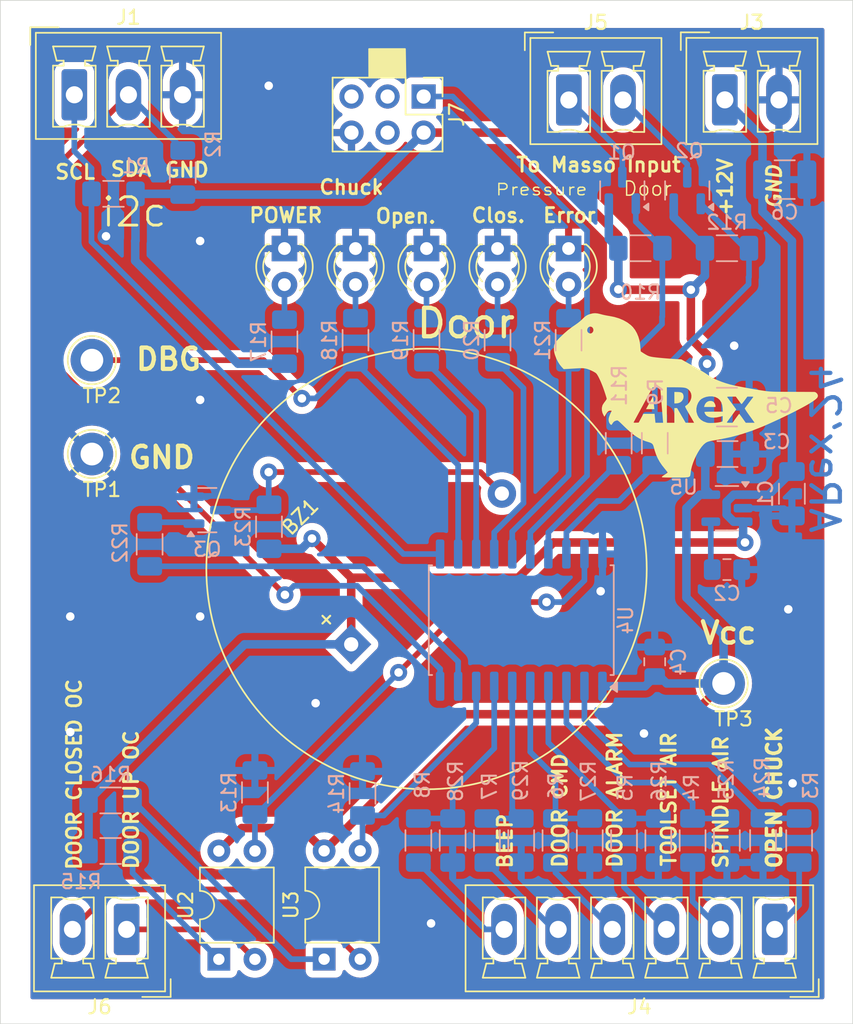
<source format=kicad_pcb>
(kicad_pcb (version 20240108) (generator "pcbnew") (generator_version "8.0")
  (layers (0 "F.Cu" signal) (31 "B.Cu" signal) (34 "B.Paste" user) (35 "F.Paste" user) (36 "B.SilkS" user "B.Silkscreen") (37 "F.SilkS" user "F.Silkscreen") (38 "B.Mask" user) (39 "F.Mask" user) (44 "Edge.Cuts" user))
  (net 0 "")
  (net 1 "+12V")
  (net 2 "GND")
  (net 3 "Net-(U5-BP)")
  (net 4 "VCC")
  (net 5 "SCL")
  (net 6 "SDA")
  (net 8 "UPDI")
  (net 11 "MASSO_IN_SPINDLE_DRAW_BAR_STATUS")
  (net 12 "Net-(Q1-B)")
  (net 13 "MASSO_IN_DOOR_CLOSED")
  (net 14 "Net-(Q2-B)")
  (net 15 "DOOR_UP_OC")
  (net 16 "Net-(R15-Pad1)")
  (net 17 "DOOR_CLOSED_OC")
  (net 18 "Net-(D1-A)")
  (net 19 "Net-(D2-A)")
  (net 20 "Net-(D3-A)")
  (net 21 "Net-(D4-A)")
  (net 22 "Net-(D5-A)")
  (net 23 "MASSO_TTL_OUT_DOOR_OPEN_CLOSE")
  (net 24 "MASSO_TTL_OUT_SPINDLE_AIR_BLAST")
  (net 25 "MASSO_TTL_OUT_TOOL_SET_AIR_BLAST")
  (net 26 "MASSO_TTL_OUT_CHUCK_OPEN")
  (net 27 "MASSO_TTL_OUT_TOUCH_SCREEN_BEEP")
  (net 28 "MASSO_TTL_OUT_SOUNDER")
  (net 29 "Net-(R16-Pad1)")
  (net 30 "chuck_is_opened")
  (net 31 "door_closing")
  (net 32 "door_opening")
  (net 33 "comm_fault")
  (net 34 "Net-(U4-PA4)")
  (net 35 "Net-(U4-PA5)")
  (net 36 "Net-(U4-PA6)")
  (net 37 "Net-(U4-PA7)")
  (net 38 "Net-(U4-PB5)")
  (net 39 "Net-(U4-PB4)")
  (net 40 "Net-(U4-PB2)")
  (net 41 "Net-(U4-PB3)")
  (net 42 "Net-(U4-PA2)")
  (net 43 "Net-(U4-PA1)")
  (net 44 "Net-(BZ1--)")
  (net 45 "Net-(Q3-B)")
  (net 46 "Net-(U4-PA3)")
  (footprint "Connector_Phoenix_MC:PhoenixContact_MCV_1,5_3-G-3.81_1x03_P3.81mm_Vertical" (layer "F.Cu") (at 122.2075 64.6425)
    (property "Reference" "J1")
    (property "Value" "Conn_01x03_Pin" (hide yes))
  )
  (footprint "TestPoint:TestPoint_Loop_D2.60mm_Drill1.6mm_Beaded" (layer "F.Cu") (at 167.914 106.055)
    (property "Reference" "TP3")
    (property "Value" "TestPoint" (hide yes))
  )
  (footprint "LED_THT:LED_D3.0mm" (layer "F.Cu") (at 147 75.46 -90)
    (property "Reference" "D3" (hide yes))
    (property "Value" "ORANGE" (hide yes))
  )
  (footprint "Package_DIP:DIP-4_W7.62mm" (layer "F.Cu") (at 132.38 125.46 90)
    (property "Reference" "U2")
    (property "Value" "PC817" (hide yes))
  )
  (footprint "LED_THT:LED_D3.0mm" (layer "F.Cu") (at 137 75.46 -90)
    (property "Reference" "D1" (hide yes))
    (property "Value" "GREEN" (hide yes))
  )
  (footprint "TestPoint:TestPoint_Loop_D2.60mm_Drill1.6mm_Beaded" (layer "F.Cu") (at 123.444 89.916)
    (property "Reference" "TP1")
    (property "Value" "TestPoint" (hide yes))
  )
  (footprint "LED_THT:LED_D3.0mm" (layer "F.Cu") (at 142 75.46 -90)
    (property "Reference" "D2" (hide yes))
    (property "Value" "GREEN" (hide yes))
  )
  (footprint "Connector_Phoenix_MC:PhoenixContact_MCV_1,5_2-G-3.81_1x02_P3.81mm_Vertical" (layer "F.Cu") (at 168 65)
    (property "Reference" "J3")
    (property "Value" "Conn_01x02_Pin" (hide yes))
  )
  (footprint "LED_THT:LED_D3.0mm" (layer "F.Cu") (at 152 75.46 -90)
    (property "Reference" "D4" (hide yes))
    (property "Value" "RED" (hide yes))
  )
  (footprint "Connector_Phoenix_MC:PhoenixContact_MCV_1,5_2-G-3.81_1x02_P3.81mm_Vertical" (layer "F.Cu") (at 125.8875 123.3575 180)
    (property "Reference" "J6")
    (property "Value" "Conn_01x02_Pin" (hide yes))
  )
  (footprint "LED_THT:LED_D3.0mm" (layer "F.Cu") (at 157 75.46 -90)
    (property "Reference" "D5" (hide yes))
    (property "Value" "RED" (hide yes))
  )
  (footprint "TestPoint:TestPoint_Loop_D2.60mm_Drill1.6mm_Beaded" (layer "F.Cu") (at 123.444 83.312)
    (property "Reference" "TP2")
    (property "Value" "TestPoint" (hide yes))
  )
  (footprint "Package_DIP:DIP-4_W7.62mm" (layer "F.Cu") (at 139.7912 125.4506 90)
    (property "Reference" "U3")
    (property "Value" "PC817" (hide yes))
  )
  (footprint "Connector_Phoenix_MC:PhoenixContact_MCV_1,5_2-G-3.81_1x02_P3.81mm_Vertical" (layer "F.Cu") (at 157.018 65.008)
    (property "Reference" "J5")
    (property "Value" "Conn_01x02_Pin" (hide yes))
  )
  (footprint "LOGO" (layer "F.Cu") (at 165.2524 85.7504)
    (property "Reference" "G***" (hide yes))
    (property "Value" "LOGO" (hide yes))
  )
  (footprint "Buzzer_Beeper:Buzzer_15x7.5RM7.6" (layer "F.Cu") (at 141.696699 103.303301 45)
    (property "Reference" "BZ1")
    (property "Value" "Buzzer")
  )
  (footprint "Connector_PinHeader_2.54mm:PinHeader_2x03_P2.54mm_Vertical" (layer "F.Cu") (at 146.797 64.765 -90)
    (property "Reference" "J7")
    (property "Value" "AVR-UPDI-6" (hide yes))
  )
  (footprint "Connector_Phoenix_MC:PhoenixContact_MCV_1,5_6-G-3.81_1x06_P3.81mm_Vertical" (layer "F.Cu") (at 171.5075 123.3575 180)
    (property "Reference" "J4")
    (property "Value" "Conn_01x06_Pin" (hide yes))
  )
  (footprint "Resistor_SMD:R_1206_3216Metric_Pad1.30x1.75mm_HandSolder" (layer "B.Cu") (at 160.528 89.154 90)
    (property "Reference" "R11")
    (property "Value" "1k8")
  )
  (footprint "Resistor_SMD:R_1206_3216Metric_Pad1.30x1.75mm_HandSolder" (layer "B.Cu") (at 124.76 117.84 180)
    (property "Reference" "R15")
    (property "Value" "1k")
  )
  (footprint "Resistor_SMD:R_1206_3216Metric_Pad1.30x1.75mm_HandSolder" (layer "B.Cu") (at 124.9632 71.612)
    (property "Reference" "R1")
    (property "Value" "470")
  )
  (footprint "Resistor_SMD:R_1206_3216Metric_Pad1.30x1.75mm_HandSolder" (layer "B.Cu") (at 124.76 114.284 180)
    (property "Reference" "R16")
    (property "Value" "1k")
  )
  (footprint "Package_TO_SOT_SMD:SOT-23" (layer "B.Cu") (at 131.5666 93.863)
    (property "Reference" "Q3")
    (property "Value" "BC846")
  )
  (footprint "Capacitor_SMD:C_1206_3216Metric_Pad1.33x1.80mm_HandSolder" (layer "B.Cu") (at 172.72 92.71 -90)
    (property "Reference" "C1")
    (property "Value" "3u3")
  )
  (footprint "Resistor_SMD:R_1206_3216Metric_Pad1.30x1.75mm_HandSolder" (layer "B.Cu") (at 129.84 70.114 -90)
    (property "Reference" "R2")
    (property "Value" "470")
  )
  (footprint "Resistor_SMD:R_1206_3216Metric_Pad1.30x1.75mm_HandSolder" (layer "B.Cu") (at 162.052 75.438 180)
    (property "Reference" "R10")
    (property "Value" "10k")
  )
  (footprint "Resistor_SMD:R_1206_3216Metric_Pad1.30x1.75mm_HandSolder" (layer "B.Cu") (at 147 81.91 -90)
    (property "Reference" "R19")
    (property "Value" "1k")
  )
  (footprint "Package_TO_SOT_SMD:SOT-23-5" (layer "B.Cu") (at 168.148 93.726 180)
    (property "Reference" "U5")
    (property "Value" "MIC5205-5.0YM5")
  )
  (footprint "Resistor_SMD:R_1206_3216Metric_Pad1.30x1.75mm_HandSolder" (layer "B.Cu") (at 142 81.91 -90)
    (property "Reference" "R18")
    (property "Value" "1k")
  )
  (footprint "Resistor_SMD:R_1206_3216Metric_Pad1.30x1.75mm_HandSolder" (layer "B.Cu") (at 160.903 117.104 -90)
    (property "Reference" "R5")
    (property "Value" "1k")
  )
  (footprint "Resistor_SMD:R_1206_3216Metric_Pad1.30x1.75mm_HandSolder" (layer "B.Cu") (at 127.508 96.266 -90)
    (property "Reference" "R22")
    (property "Value" "1k")
  )
  (footprint "Package_SO:SOIC-20W_7.5x12.8mm_P1.27mm" (layer "B.Cu") (at 153.67 101.6 90)
    (property "Reference" "U4")
    (property "Value" "ATtiny3226-S")
  )
  (footprint "Resistor_SMD:R_1206_3216Metric_Pad1.30x1.75mm_HandSolder" (layer "B.Cu") (at 156.077 117.104 -90)
    (property "Reference" "R6")
    (property "Value" "1k")
  )
  (footprint "Resistor_SMD:R_1206_3216Metric_Pad1.30x1.75mm_HandSolder" (layer "B.Cu") (at 165.729 117.104 -90)
    (property "Reference" "R4")
    (property "Value" "1k")
  )
  (footprint "Resistor_SMD:R_1206_3216Metric_Pad1.30x1.75mm_HandSolder" (layer "B.Cu") (at 142.494 113.792 -90)
    (property "Reference" "R14")
    (property "Value" "1k")
  )
  (footprint "Resistor_SMD:R_1206_3216Metric_Pad1.30x1.75mm_HandSolder" (layer "B.Cu") (at 148.838 117.104 -90)
    (property "Reference" "R28")
    (property "Value" "10k")
  )
  (footprint "Resistor_SMD:R_1206_3216Metric_Pad1.30x1.75mm_HandSolder" (layer "B.Cu") (at 158.49 117.104 -90)
    (property "Reference" "R27")
    (property "Value" "10k")
  )
  (footprint "Package_TO_SOT_SMD:SOT-23" (layer "B.Cu") (at 160.782 71.374 90)
    (property "Reference" "Q1")
    (property "Value" "BC858")
  )
  (footprint "Resistor_SMD:R_1206_3216Metric_Pad1.30x1.75mm_HandSolder" (layer "B.Cu") (at 151.251 117.104 -90)
    (property "Reference" "R7")
    (property "Value" "1k")
  )
  (footprint "Resistor_SMD:R_1206_3216Metric_Pad1.30x1.75mm_HandSolder" (layer "B.Cu") (at 134.9194 113.7258 -90)
    (property "Reference" "R13")
    (property "Value" "1k")
  )
  (footprint "Capacitor_SMD:C_0805_2012Metric_Pad1.18x1.45mm_HandSolder" (layer "B.Cu") (at 168.148 98.044)
    (property "Reference" "C2")
    (property "Value" "470p")
  )
  (footprint "Resistor_SMD:R_1206_3216Metric_Pad1.30x1.75mm_HandSolder" (layer "B.Cu") (at 153.664 117.104 -90)
    (property "Reference" "R29")
    (property "Value" "10k")
  )
  (footprint "Resistor_SMD:R_1206_3216Metric_Pad1.30x1.75mm_HandSolder" (layer "B.Cu") (at 170.688 117.094 -90)
    (property "Reference" "R24")
    (property "Value" "10k")
  )
  (footprint "Resistor_SMD:R_1206_3216Metric_Pad1.30x1.75mm_HandSolder" (layer "B.Cu") (at 163.068 89.154 -90)
    (property "Reference" "R9")
    (property "Value" "1k8")
  )
  (footprint "Resistor_SMD:R_1206_3216Metric_Pad1.30x1.75mm_HandSolder" (layer "B.Cu") (at 157 81.91 -90)
    (property "Reference" "R21")
    (property "Value" "1k")
  )
  (footprint "Capacitor_SMD:C_1210_3225Metric_Pad1.33x2.70mm_HandSolder" (layer "B.Cu") (at 168.148 86.614)
    (property "Reference" "C5")
    (property "Value" "C_Polarized")
  )
  (footprint "Resistor_SMD:R_1206_3216Metric_Pad1.30x1.75mm_HandSolder" (layer "B.Cu") (at 137 82.01 -90)
    (property "Reference" "R17")
    (property "Value" "1k")
  )
  (footprint "Capacitor_SMD:C_1210_3225Metric_Pad1.33x2.70mm_HandSolder" (layer "B.Cu") (at 172.212 70.612)
    (property "Reference" "C6")
    (property "Value" "C_Polarized")
  )
  (footprint "Capacitor_SMD:C_0805_2012Metric_Pad1.18x1.45mm_HandSolder" (layer "B.Cu") (at 163.0626 104.531 90)
    (property "Reference" "C4")
    (property "Value" "1u")
  )
  (footprint "Resistor_SMD:R_1206_3216Metric_Pad1.30x1.75mm_HandSolder" (layer "B.Cu") (at 152 81.91 -90)
    (property "Reference" "R20")
    (property "Value" "1k")
  )
  (footprint "Resistor_SMD:R_1206_3216Metric_Pad1.30x1.75mm_HandSolder" (layer "B.Cu") (at 146.425 117.104 -90)
    (property "Reference" "R8")
    (property "Value" "1k")
  )
  (footprint "Resistor_SMD:R_1206_3216Metric_Pad1.30x1.75mm_HandSolder" (layer "B.Cu") (at 168.148 75.438 180)
    (property "Reference" "R12")
    (property "Value" "10k")
  )
  (footprint "Resistor_SMD:R_1206_3216Metric_Pad1.30x1.75mm_HandSolder" (layer "B.Cu") (at 168.142 117.104 -90)
    (property "Reference" "R25")
    (property "Value" "10k")
  )
  (footprint "Package_TO_SOT_SMD:SOT-23" (layer "B.Cu") (at 165.354 71.374 90)
    (property "Reference" "Q2")
    (property "Value" "BC858")
  )
  (footprint "Resistor_SMD:R_1206_3216Metric_Pad1.30x1.75mm_HandSolder" (layer "B.Cu") (at 135.91 95.0308 -90)
    (property "Reference" "R23")
    (property "Value" "1k")
  )
  (footprint "Resistor_SMD:R_1206_3216Metric_Pad1.30x1.75mm_HandSolder" (layer "B.Cu") (at 173.228 117.104 -90)
    (property "Reference" "R3")
    (property "Value" "1k")
  )
  (footprint "Capacitor_SMD:C_1206_3216Metric_Pad1.33x1.80mm_HandSolder" (layer "B.Cu") (at 168.1865 89.916)
    (property "Reference" "C3")
    (property "Value" "3u3")
  )
  (footprint "Resistor_SMD:R_1206_3216Metric_Pad1.30x1.75mm_HandSolder" (layer "B.Cu") (at 163.316 117.104 -90)
    (property "Reference" "R26")
    (property "Value" "10k")
  )
  (gr_poly (pts (xy 145.4912 61.4172) (xy 142.9512 61.4172) (xy 142.957 63.435) (xy 145.527 63.435)) (stroke (width 0.1)) (fill solid) (layer "F.SilkS"))
  (gr_rect (start 117 58) (end 177 130) (stroke (width 0.05)) (fill none) (layer "Edge.Cuts"))
  (gr_text "ARex'24" (at 173.8322 95.641 -90) (layer "B.Cu") (effects (font (size 2 2) (thickness 0.3) (bold yes)) (justify left bottom mirror)))
  (gr_text "Chuck" (at 139.3444 71.7296 0) (layer "F.SilkS") (effects (font (size 1 1) (thickness 0.2) (bold yes)) (justify left bottom)))
  (gr_text "OPEN CHUCK" (at 172.0596 119.1768 90) (layer "F.SilkS") (effects (font (size 1 1) (thickness 0.25) (bold yes)) (justify left bottom)))
  (gr_text "Pressure" (at 151.7904 71.7804 0) (layer "F.SilkS") (effects (font (size 0.8 1) (thickness 0.1)) (justify left bottom)))
  (gr_text "Open." (at 143.3068 73.7616 0) (layer "F.SilkS") (effects (font (size 1 1) (thickness 0.2) (bold yes)) (justify left bottom)))
  (gr_text "+12V" (at 168.6052 73.2536 90) (layer "F.SilkS") (effects (font (size 1 1) (thickness 0.2) (bold yes)) (justify left bottom)))
  (gr_text "POWER" (at 134.4168 73.7108 0) (layer "F.SilkS") (effects (font (size 1 1) (thickness 0.2) (bold yes)) (justify left bottom)))
  (gr_text "Clos." (at 150.0632 73.7108 0) (layer "F.SilkS") (effects (font (size 1 1) (thickness 0.2) (bold yes)) (justify left bottom)))
  (gr_text "Door" (at 160.782 71.8312 0) (layer "F.SilkS") (effects (font (size 1 1) (thickness 0.1)) (justify left bottom)))
  (gr_text "GND" (at 172.0596 72.7456 90) (layer "F.SilkS") (effects (font (size 1 1) (thickness 0.2) (bold yes) (italic yes)) (justify left bottom)))
  (gr_text "TOOLSET AIR" (at 164.6428 119.0244 90) (layer "F.SilkS") (effects (font (size 1 1) (thickness 0.2) (bold yes)) (justify left bottom)))
  (gr_text "Error" (at 155.0924 73.7108 0) (layer "F.SilkS") (effects (font (size 1 1) (thickness 0.2) (bold yes)) (justify left bottom)))
  (gr_text "SPINDLE AIR\n" (at 168.3004 119.1768 90) (layer "F.SilkS") (effects (font (size 1 1) (thickness 0.2) (bold yes)) (justify left bottom)))
  (gr_text "GND" (at 125.8824 91.0336 0) (layer "F.SilkS") (effects (font (size 1.5 1.5) (thickness 0.3) (bold yes)) (justify left bottom)))
  (gr_text "DOOR ALARM" (at 160.8328 119.126 90) (layer "F.SilkS") (effects (font (size 1 1) (thickness 0.2) (bold yes)) (justify left bottom)))
  (gr_text "i2c" (at 124.0028 74.0664 0) (layer "F.SilkS") (effects (font (size 2 2) (thickness 0.2) (bold yes)) (justify left bottom)))
  (gr_text "SDA" (at 124.6632 70.4596 0) (layer "F.SilkS") (effects (font (size 1 1) (thickness 0.2) (bold yes)) (justify left bottom)))
  (gr_text "BEEP" (at 153.1112 119.1768 90) (layer "F.SilkS") (effects (font (size 1 1) (thickness 0.2) (bold yes)) (justify left bottom)))
  (gr_text "To Masso Input" (at 153.2128 70.1548 0) (layer "F.SilkS") (effects (font (size 1 1) (thickness 0.2) (bold yes)) (justify left bottom)))
  (gr_text "Vcc" (at 166.116 103.378 0) (layer "F.SilkS") (effects (font (size 1.5 1.5) (thickness 0.3) (bold yes)) (justify left bottom)))
  (gr_text "SCL" (at 120.7516 70.6628 0) (layer "F.SilkS") (effects (font (size 1 1) (thickness 0.2) (bold yes)) (justify left bottom)))
  (gr_text "Door" (at 146.1516 81.8896 0) (layer "F.SilkS") (effects (font (size 2 2) (thickness 0.3)) (justify left bottom)))
  (gr_text "DOOR CMD" (at 156.972 119.126 90) (layer "F.SilkS") (effects (font (size 1 1) (thickness 0.2) (bold yes)) (justify left bottom)))
  (gr_text "DOOR CLOSED OC" (at 122.7836 119.2784 90) (layer "F.SilkS") (effects (font (size 1 1) (thickness 0.2) (bold yes)) (justify left bottom)))
  (gr_text "DBG" (at 126.3904 84.1248 0) (layer "F.SilkS") (effects (font (size 1.5 1.5) (thickness 0.3) (bold yes)) (justify left bottom)))
  (gr_text "DOOR UP OC" (at 126.7968 119.2276 90) (layer "F.SilkS") (effects (font (size 1 1) (thickness 0.2) (bold yes)) (justify left bottom)))
  (gr_text "GND" (at 128.4732 70.5104 0) (layer "F.SilkS") (effects (font (size 1 1) (thickness 0.2) (bold yes)) (justify left bottom)))
  (segment (start 141.696699 98.618299) (end 153.451301 98.618299) (width 0.6) (layer "F.Cu") (net 1))
  (segment (start 155.9306 96.139) (end 169.418 96.139) (width 0.6) (layer "F.Cu") (net 1))
  (segment (start 141.696699 98.618299) (end 141.696699 103.303301) (width 0.6) (layer "F.Cu") (net 1))
  (segment (start 138.938 95.8596) (end 141.696699 98.618299) (width 0.6) (layer "F.Cu") (net 1))
  (segment (start 153.451301 98.618299) (end 155.9306 96.139) (width 0.6) (layer "F.Cu") (net 1))
  (via (at 138.938 95.8596) (size 1.2) (drill 0.6) (layers "F.Cu" "B.Cu") (net 1))
  (via (at 169.418 96.139) (size 1.2) (drill 0.6) (layers "F.Cu" "B.Cu") (net 1))
  (segment (start 171.0915 92.776) (end 172.72 91.1475) (width 0.6) (layer "B.Cu") (net 1))
  (segment (start 169.2855 96.0065) (end 169.418 96.139) (width 0.6) (layer "B.Cu") (net 1))
  (segment (start 169.2855 94.676) (end 169.2855 96.0065) (width 0.6) (layer "B.Cu") (net 1))
  (segment (start 170.6495 70.612) (end 170.6495 67.6495) (width 0.6) (layer "B.Cu") (net 1))
  (segment (start 172.72 74.93) (end 170.6495 72.8595) (width 0.6) (layer "B.Cu") (net 1))
  (segment (start 170.6495 67.6495) (end 168 65) (width 0.6) (layer "B.Cu") (net 1))
  (segment (start 172.72 91.1475) (end 172.72 74.93) (width 0.6) (layer "B.Cu") (net 1))
  (segment (start 134.190699 103.303301) (end 141.696699 103.303301) (width 0.6) (layer "B.Cu") (net 1))
  (segment (start 169.2855 94.676) (end 168.623001 94.676) (width 0.6) (layer "B.Cu") (net 1))
  (segment (start 168.623001 94.676) (end 168.123 94.175999) (width 0.6) (layer "B.Cu") (net 1))
  (segment (start 135.91 96.5808) (end 138.2168 96.5808) (width 0.6) (layer "B.Cu") (net 1))
  (segment (start 123.21 117.84) (end 123.21 114.284) (width 0.6) (layer "B.Cu") (net 1))
  (segment (start 170.6495 72.8595) (end 170.6495 70.612) (width 0.6) (layer "B.Cu") (net 1))
  (segment (start 138.2168 96.5808) (end 138.938 95.8596) (width 0.6) (layer "B.Cu") (net 1))
  (segment (start 123.21 114.284) (end 134.190699 103.303301) (width 0.6) (layer "B.Cu") (net 1))
  (segment (start 168.623001 92.776) (end 169.2855 92.776) (width 0.6) (layer "B.Cu") (net 1))
  (segment (start 168.123 93.276001) (end 168.623001 92.776) (width 0.6) (layer "B.Cu") (net 1))
  (segment (start 168.123 94.175999) (end 168.123 93.276001) (width 0.6) (layer "B.Cu") (net 1))
  (segment (start 169.2855 92.776) (end 171.0915 92.776) (width 0.6) (layer "B.Cu") (net 1))
  (via (at 121.92 101.346) (size 1.2) (drill 0.6) (layers "F.Cu" "B.Cu") (net 2))
  (via (at 162.306 109.5756) (size 1.2) (drill 0.6) (layers "F.Cu" "B.Cu") (net 2))
  (via (at 172.7708 113.0808) (size 1.2) (drill 0.6) (layers "F.Cu" "B.Cu") (net 2))
  (via (at 131.064 101.346) (size 1.2) (drill 0.6) (layers "F.Cu" "B.Cu") (net 2))
  (via (at 168.656 82.296) (size 1.2) (drill 0.6) (layers "F.Cu" "B.Cu") (net 2))
  (via (at 121.92 109.474) (size 1.2) (drill 0.6) (layers "F.Cu" "B.Cu") (net 2))
  (via (at 147.32 122.936) (size 1.2) (drill 0.6) (layers "F.Cu" "B.Cu") (net 2))
  (via (at 172.466 100.838) (size 1.2) (drill 0.6) (layers "F.Cu" "B.Cu") (net 2))
  (via (at 124.438043 74.596357) (size 1.2) (drill 0.6) (layers "F.Cu" "B.Cu") (net 2))
  (via (at 139.192 107.442) (size 1.2) (drill 0.6) (layers "F.Cu" "B.Cu") (net 2))
  (via (at 135.89 64.008) (size 1.2) (drill 0.6) (layers "F.Cu" "B.Cu") (net 2))
  (via (at 131.064 86.106) (size 1.2) (drill 0.6) (layers "F.Cu" "B.Cu") (net 2))
  (via (at 131.064 74.93) (size 1.2) (drill 0.6) (layers "F.Cu" "B.Cu") (net 2))
  (via (at 159.258 99.568) (size 1.2) (drill 0.6) (layers "F.Cu" "B.Cu") (net 2))
  (segment (start 172.1735 93.726) (end 172.72 94.2725) (width 0.4) (layer "B.Cu") (net 2))
  (segment (start 169.2855 93.726) (end 172.1735 93.726) (width 0.4) (layer "B.Cu") (net 2))
  (segment (start 167.0105 97.944) (end 167.1105 98.044) (width 0.4) (layer "B.Cu") (net 3))
  (segment (start 167.0105 94.676) (end 167.0105 97.944) (width 0.4) (layer "B.Cu") (net 3))
  (segment (start 166.751 83.566) (end 166.751 82.931) (width 0.6) (layer "F.Cu") (net 4))
  (segment (start 165.749 108.22) (end 167.914 106.055) (width 0.6) (layer "F.Cu") (net 4))
  (segment (start 160.502 74.5484) (end 153.2586 67.305) (width 0.6) (layer "F.Cu") (net 4))
  (segment (start 132.38 117.84) (end 133.9896 116.2304) (width 0.6) (layer "F.Cu") (net 4))
  (segment (start 166.751 82.931) (end 165.608 81.788) (width 0.6) (layer "F.Cu") (net 4))
  (segment (start 133.9896 116.2304) (end 138.191 116.2304) (width 0.6) (layer "F.Cu") (net 4))
  (segment (start 160.502 78.333) (end 160.502 74.5484) (width 0.6) (layer "F.Cu") (net 4))
  (segment (start 139.7912 117.8306) (end 149.4018 108.22) (width 0.6) (layer "F.Cu") (net 4))
  (segment (start 153.2586 67.305) (end 146.797 67.305) (width 0.6) (layer "F.Cu") (net 4))
  (segment (start 149.4018 108.22) (end 165.749 108.22) (width 0.6) (layer "F.Cu") (net 4))
  (segment (start 165.608 78.359) (end 160.528 78.359) (width 0.6) (layer "F.Cu") (net 4))
  (segment (start 160.528 78.359) (end 160.502 78.333) (width 0.6) (layer "F.Cu") (net 4))
  (segment (start 138.191 116.2304) (end 139.7912 117.8306) (width 0.6) (layer "F.Cu") (net 4))
  (segment (start 165.608 81.788) (end 165.608 78.359) (width 0.6) (layer "F.Cu") (net 4))
  (via (at 160.502 78.333) (size 1.2) (drill 0.6) (layers "F.Cu" "B.Cu") (net 4))
  (via (at 165.608 78.359) (size 1.2) (drill 0.6) (layers "F.Cu" "B.Cu") (net 4))
  (via (at 166.751 83.566) (size 1.2) (drill 0.6) (layers "F.Cu" "B.Cu") (net 4))
  (segment (start 133.725 83.56) (end 126.492 76.327) (width 0.6) (layer "B.Cu") (net 4))
  (segment (start 159.385 106.25) (end 162.3811 106.25) (width 0.6) (layer "B.Cu") (net 4))
  (segment (start 129.84 71.664) (end 142.438 71.664) (width 0.6) (layer "B.Cu") (net 4))
  (segment (start 163.904 106.055) (end 167.914 106.055) (width 0.6) (layer "B.Cu") (net 4))
  (segment (start 126.492 76.327) (end 126.492 74.93) (width 0.6) (layer "B.Cu") (net 4))
  (segment (start 163.0626 105.5685) (end 163.4175 105.5685) (width 0.6) (layer "B.Cu") (net 4))
  (segment (start 166.624 92.3895) (end 167.0105 92.776) (width 0.6) (layer "B.Cu") (net 4))
  (segment (start 166.624 86.6525) (end 166.5855 86.614) (width 0.6) (layer "B.Cu") (net 4))
  (segment (start 160.528 78.359) (end 160.502 78.333) (width 0.6) (layer "B.Cu") (net 4))
  (segment (start 164.404 73.244) (end 166.598 75.438) (width 0.6) (layer "B.Cu") (net 4))
  (segment (start 166.598 77.369) (end 165.608 78.359) (width 0.6) (layer "B.Cu") (net 4))
  (segment (start 166.5855 83.7315) (end 166.751 83.566) (width 0.6) (layer "B.Cu") (net 4))
  (segment (start 167.914 103.144) (end 167.914 106.055) (width 0.6) (layer "B.Cu") (net 4))
  (segment (start 160.502 75.438) (end 160.502 78.333) (width 0.6) (layer "B.Cu") (net 4))
  (segment (start 165.292 100.014) (end 167.894 102.616) (width 0.6) (layer "B.Cu") (net 4))
  (segment (start 164.404 72.3115) (end 164.404 73.244) (width 0.6) (layer "B.Cu") (net 4))
  (segment (start 167.894 102.616) (end 167.894 103.124) (width 0.6) (layer "B.Cu") (net 4))
  (segment (start 163.4175 105.5685) (end 163.904 106.055) (width 0.6) (layer "B.Cu") (net 4))
  (segment (start 126.492 74.93) (end 126.5132 74.9088) (width 0.6) (layer "B.Cu") (net 4))
  (segment (start 165.292 93.726) (end 165.292 100.014) (width 0.6) (layer "B.Cu") (net 4))
  (segment (start 166.624 89.916) (end 166.624 92.3895) (width 0.6) (layer "B.Cu") (net 4))
  (segment (start 162.3811 106.25) (end 163.0626 105.5685) (width 0.6) (layer "B.Cu") (net 4))
  (segment (start 126.5132 71.612) (end 129.788 71.612) (width 0.6) (layer "B.Cu") (net 4))
  (segment (start 129.788 71.612) (end 129.84 71.664) (width 0.6) (layer "B.Cu") (net 4))
  (segment (start 159.832 74.768) (end 160.502 75.438) (width 0.6) (layer "B.Cu") (net 4))
  (segment (start 137 83.56) (end 133.725 83.56) (width 0.6) (layer "B.Cu") (net 4))
  (segment (start 166.624 89.916) (end 166.624 86.6525) (width 0.6) (layer "B.Cu") (net 4))
  (segment (start 126.5132 74.9088) (end 126.5132 71.612) (width 0.6) (layer "B.Cu") (net 4))
  (segment (start 166.242 92.776) (end 165.292 93.726) (width 0.6) (layer "B.Cu") (net 4))
  (segment (start 166.598 75.438) (end 166.598 77.369) (width 0.6) (layer "B.Cu") (net 4))
  (segment (start 167.0105 92.776) (end 166.242 92.776) (width 0.6) (layer "B.Cu") (net 4))
  (segment (start 142.438 71.664) (end 146.797 67.305) (width 0.6) (layer "B.Cu") (net 4))
  (segment (start 167.894 103.124) (end 167.914 103.144) (width 0.6) (layer "B.Cu") (net 4))
  (segment (start 159.832 72.3115) (end 159.832 74.768) (width 0.6) (layer "B.Cu") (net 4))
  (segment (start 166.5855 86.614) (end 166.5855 83.7315) (width 0.6) (layer "B.Cu") (net 4))
  (segment (start 123.4132 71.612) (end 123.4132 74.985728) (width 0.4) (layer "B.Cu") (net 5))
  (segment (start 122.2075 68.6135) (end 122.2075 64.6425) (width 0.4) (layer "B.Cu") (net 5))
  (segment (start 123.4132 74.985728) (end 145.377472 96.95) (width 0.4) (layer "B.Cu") (net 5))
  (segment (start 145.377472 96.95) (end 147.955 96.95) (width 0.4) (layer "B.Cu") (net 5))
  (segment (start 123.4132 71.612) (end 123.4132 69.8192) (width 0.4) (layer "B.Cu") (net 5))
  (segment (start 123.4132 69.8192) (end 122.2075 68.6135) (width 0.4) (layer "B.Cu") (net 5))
  (segment (start 137.033 99.822) (end 120.5484 83.3374) (width 0.4) (layer "F.Cu") (net 6))
  (segment (start 120.5484 83.3374) (end 120.5484 70.1116) (width 0.4) (layer "F.Cu") (net 6))
  (segment (start 120.5484 70.1116) (end 126.0175 64.6425) (width 0.4) (layer "F.Cu") (net 6))
  (via (at 137.033 99.822) (size 1.2) (drill 0.6) (layers "F.Cu" "B.Cu") (net 6))
  (segment (start 142.113 99.187) (end 137.668 99.187) (width 0.4) (layer "B.Cu") (net 6))
  (segment (start 129.84 68.564) (end 129.84 68.465) (width 0.4) (layer "B.Cu") (net 6))
  (segment (start 147.955 105.029) (end 142.113 99.187) (width 0.4) (layer "B.Cu") (net 6))
  (segment (start 137.668 99.187) (end 137.033 99.822) (width 0.4) (layer "B.Cu") (net 6))
  (segment (start 147.955 106.25) (end 147.955 105.029) (width 0.4) (layer "B.Cu") (net 6))
  (segment (start 129.84 68.465) (end 126.0175 64.6425) (width 0.4) (layer "B.Cu") (net 6))
  (segment (start 154.305 96.95) (end 154.305 95.4278) (width 0.4) (layer "B.Cu") (net 8))
  (segment (start 154.305 95.4278) (end 158.3 91.4328) (width 0.4) (layer "B.Cu") (net 8))
  (segment (start 158.3 91.4328) (end 158.3 74.226) (width 0.4) (layer "B.Cu") (net 8))
  (segment (start 158.3 74.226) (end 148.839 64.765) (width 0.4) (layer "B.Cu") (net 8))
  (segment (start 148.839 64.765) (end 146.797 64.765) (width 0.4) (layer "B.Cu") (net 8))
  (segment (start 160.782 68.772) (end 157.018 65.008) (width 0.4) (layer "B.Cu") (net 11))
  (segment (start 160.782 70.4365) (end 160.782 68.772) (width 0.4) (layer "B.Cu") (net 11))
  (segment (start 161.732 73.568) (end 163.602 75.438) (width 0.4) (layer "B.Cu") (net 12))
  (segment (start 163.602 80.238) (end 163.602 75.438) (width 0.4) (layer "B.Cu") (net 12))
  (segment (start 161.732 72.3115) (end 161.732 73.568) (width 0.4) (layer "B.Cu") (net 12))
  (segment (start 160.528 83.82) (end 163.576 80.772) (width 0.4) (layer "B.Cu") (net 12))
  (segment (start 160.528 87.604) (end 160.528 83.82) (width 0.4) (layer "B.Cu") (net 12))
  (segment (start 163.576 80.772) (end 163.576 80.264) (width 0.4) (layer "B.Cu") (net 12))
  (segment (start 163.576 80.264) (end 163.602 80.238) (width 0.4) (layer "B.Cu") (net 12))
  (segment (start 165.354 69.534) (end 160.828 65.008) (width 0.4) (layer "B.Cu") (net 13))
  (segment (start 165.354 70.4365) (end 165.354 69.534) (width 0.4) (layer "B.Cu") (net 13))
  (segment (start 169.698 77.444) (end 169.698 75.438) (width 0.4) (layer "B.Cu") (net 14))
  (segment (start 169.672 77.47) (end 169.698 77.444) (width 0.4) (layer "B.Cu") (net 14))
  (segment (start 169.672 77.978) (end 169.672 77.47) (width 0.4) (layer "B.Cu") (net 14))
  (segment (start 163.068 87.604) (end 163.068 84.582) (width 0.4) (layer "B.Cu") (net 14))
  (segment (start 169.4305 75.438) (end 169.698 75.438) (width 0.4) (layer "B.Cu") (net 14))
  (segment (start 166.304 72.3115) (end 169.4305 75.438) (width 0.4) (layer "B.Cu") (net 14))
  (segment (start 163.068 84.582) (end 169.672 77.978) (width 0.4) (layer "B.Cu") (net 14))
  (segment (start 125.8875 123.3575) (end 132.8175 123.3575) (width 0.4) (layer "F.Cu") (net 15))
  (segment (start 132.8175 123.3575) (end 134.92 125.46) (width 0.4) (layer "F.Cu") (net 15))
  (segment (start 126.31 119.39) (end 132.38 125.46) (width 0.4) (layer "B.Cu") (net 16))
  (segment (start 126.31 117.84) (end 126.31 119.39) (width 0.4) (layer "B.Cu") (net 16))
  (segment (start 124.8866 120.5484) (end 137.429 120.5484) (width 0.4) (layer "F.Cu") (net 17))
  (segment (start 122.0775 123.3575) (end 124.8866 120.5484) (width 0.4) (layer "F.Cu") (net 17))
  (segment (start 137.429 120.5484) (end 142.3312 125.4506) (width 0.4) (layer "F.Cu") (net 17))
  (segment (start 137 80.46) (end 137 78) (width 0.4) (layer "B.Cu") (net 18))
  (segment (start 142 80.36) (end 142 78) (width 0.4) (layer "B.Cu") (net 19))
  (segment (start 147 80.36) (end 147 78) (width 0.4) (layer "B.Cu") (net 20))
  (segment (start 152 80.36) (end 152 78) (width 0.4) (layer "B.Cu") (net 21))
  (segment (start 157 80.36) (end 157 78) (width 0.4) (layer "B.Cu") (net 22))
  (segment (start 155.9545 123.3575) (end 156.2675 123.3575) (width 0.4) (layer "B.Cu") (net 23))
  (segment (start 151.251 118.654) (end 155.9545 123.3575) (width 0.4) (layer "B.Cu") (net 23))
  (segment (start 165.729 118.654) (end 165.729 121.389) (width 0.4) (layer "B.Cu") (net 24))
  (segment (start 165.729 121.389) (end 167.6975 123.3575) (width 0.4) (layer "B.Cu") (net 24))
  (segment (start 160.903 118.654) (end 160.903 120.373) (width 0.4) (layer "B.Cu") (net 25))
  (segment (start 160.903 120.373) (end 163.8875 123.3575) (width 0.4) (layer "B.Cu") (net 25))
  (segment (start 173.228 118.654) (end 173.228 121.637) (width 0.4) (layer "B.Cu") (net 26))
  (segment (start 173.228 121.637) (end 171.5075 123.3575) (width 0.4) (layer "B.Cu") (net 26))
  (segment (start 146.425 118.654) (end 151.1285 123.3575) (width 0.4) (layer "B.Cu") (net 27))
  (segment (start 151.1285 123.3575) (end 152.4575 123.3575) (width 0.4) (layer "B.Cu") (net 27))
  (segment (start 156.077 118.654) (end 156.077 119.357) (width 0.4) (layer "B.Cu") (net 28))
  (segment (start 156.077 119.357) (end 160.0775 123.3575) (width 0.4) (layer "B.Cu") (net 28))
  (segment (start 137.4766 125.4506) (end 139.7912 125.4506) (width 0.4) (layer "B.Cu") (net 29))
  (segment (start 126.31 114.284) (end 137.4766 125.4506) (width 0.4) (layer "B.Cu") (net 29))
  (segment (start 135.5344 83.312) (end 123.444 83.312) (width 0.4) (layer "F.Cu") (net 30))
  (segment (start 138.2268 86.0044) (end 135.5344 83.312) (width 0.4) (layer "F.Cu") (net 30))
  (via (at 138.2268 86.0044) (size 1.2) (drill 0.6) (layers "F.Cu" "B.Cu") (net 30))
  (segment (start 139.2936 85.9028) (end 139.192 86.0044) (width 0.4) (layer "B.Cu") (net 30))
  (segment (start 141.7364 83.46) (end 139.2936 85.9028) (width 0.4) (layer "B.Cu") (net 30))
  (segment (start 149.225 96.95) (end 149.225 90.685) (width 0.4) (layer "B.Cu") (net 30))
  (segment (start 139.192 86.0044) (end 138.2268 86.0044) (width 0.4) (layer "B.Cu") (net 30))
  (segment (start 149.225 90.685) (end 142 83.46) (width 0.4) (layer "B.Cu") (net 30))
  (segment (start 142 83.46) (end 141.7364 83.46) (width 0.4) (layer "B.Cu") (net 30))
  (segment (start 150.495 86.955) (end 147 83.46) (width 0.4) (layer "B.Cu") (net 31))
  (segment (start 150.495 96.95) (end 150.495 86.955) (width 0.4) (layer "B.Cu") (net 31))
  (segment (start 153.8224 93.3704) (end 153.8224 85.2824) (width 0.4) (layer "B.Cu") (net 32))
  (segment (start 151.765 95.4278) (end 153.8224 93.3704) (width 0.4) (layer "B.Cu") (net 32))
  (segment (start 151.765 96.95) (end 151.765 95.4278) (width 0.4) (layer "B.Cu") (net 32))
  (segment (start 153.8224 85.2824) (end 152 83.46) (width 0.4) (layer "B.Cu") (net 32))
  (segment (start 157 91.412) (end 157 83.46) (width 0.4) (layer "B.Cu") (net 33))
  (segment (start 153.035 95.377) (end 157 91.412) (width 0.4) (layer "B.Cu") (net 33))
  (segment (start 153.035 96.95) (end 153.035 95.377) (width 0.4) (layer "B.Cu") (net 33))
  (segment (start 170.688 115.544) (end 173.218 115.544) (width 0.4) (layer "B.Cu") (net 34))
  (segment (start 158.115 108.585) (end 158.115 106.25) (width 0.4) (layer "B.Cu") (net 34))
  (segment (start 173.218 115.544) (end 173.228 115.554) (width 0.4) (layer "B.Cu") (net 34))
  (segment (start 166.904 111.76) (end 161.29 111.76) (width 0.4) (layer "B.Cu") (net 34))
  (segment (start 170.688 115.544) (end 166.904 111.76) (width 0.4) (layer "B.Cu") (net 34))
  (segment (start 161.29 111.76) (end 158.115 108.585) (width 0.4) (layer "B.Cu") (net 34))
  (segment (start 156.845 108.839) (end 156.845 106.25) (width 0.4) (layer "B.Cu") (net 35))
  (segment (start 165.729 114.421) (end 164.338 113.03) (width 0.4) (layer "B.Cu") (net 35))
  (segment (start 165.729 115.554) (end 165.729 114.421) (width 0.4) (layer "B.Cu") (net 35))
  (segment (start 165.729 115.554) (end 168.142 115.554) (width 0.4) (layer "B.Cu") (net 35))
  (segment (start 164.338 113.03) (end 161.036 113.03) (width 0.4) (layer "B.Cu") (net 35))
  (segment (start 161.036 113.03) (end 156.845 108.839) (width 0.4) (layer "B.Cu") (net 35))
  (segment (start 155.575 106.25) (end 155.575 110.226) (width 0.4) (layer "B.Cu") (net 36))
  (segment (start 155.575 110.226) (end 160.903 115.554) (width 0.4) (layer "B.Cu") (net 36))
  (segment (start 163.316 115.554) (end 160.903 115.554) (width 0.4) (layer "B.Cu") (net 36))
  (segment (start 156.077 112.643) (end 156.077 115.554) (width 0.4) (layer "B.Cu") (net 37))
  (segment (start 156.077 115.554) (end 158.49 115.554) (width 0.4) (layer "B.Cu") (net 37))
  (segment (start 154.305 110.871) (end 156.077 112.643) (width 0.4) (layer "B.Cu") (net 37))
  (segment (start 154.305 106.25) (end 154.305 110.871) (width 0.4) (layer "B.Cu") (net 37))
  (segment (start 153.664 115.554) (end 153.035 114.925) (width 0.4) (layer "B.Cu") (net 38))
  (segment (start 153.035 114.925) (end 153.035 106.25) (width 0.4) (layer "B.Cu") (net 38))
  (segment (start 153.664 115.554) (end 151.251 115.554) (width 0.4) (layer "B.Cu") (net 38))
  (segment (start 148.838 113.544) (end 151.765 110.617) (width 0.4) (layer "B.Cu") (net 39))
  (segment (start 151.765 110.617) (end 151.765 106.25) (width 0.4) (layer "B.Cu") (net 39))
  (segment (start 148.838 115.554) (end 148.838 113.544) (width 0.4) (layer "B.Cu") (net 39))
  (segment (start 146.425 115.554) (end 148.838 115.554) (width 0.4) (layer "B.Cu") (net 39))
  (segment (start 142.52 97.816) (end 149.225 104.521) (width 0.4) (layer "B.Cu") (net 40))
  (segment (start 149.225 104.521) (end 149.225 106.25) (width 0.4) (layer "B.Cu") (net 40))
  (segment (start 127.508 97.816) (end 142.52 97.816) (width 0.4) (layer "B.Cu") (net 40))
  (segment (start 142.494 117.6678) (end 142.3312 117.8306) (width 0.4) (layer "B.Cu") (net 41))
  (segment (start 142.494 115.342) (end 142.494 117.6678) (width 0.4) (layer "B.Cu") (net 41))
  (segment (start 143.992 115.342) (end 142.494 115.342) (width 0.4) (layer "B.Cu") (net 41))
  (segment (start 150.495 108.839) (end 143.992 115.342) (width 0.4) (layer "B.Cu") (net 41))
  (segment (start 150.495 106.25) (end 150.495 108.839) (width 0.4) (layer "B.Cu") (net 41))
  (segment (start 160.554 93.218) (end 163.068 90.704) (width 0.4) (layer "B.Cu") (net 42))
  (segment (start 156.845 95.4278) (end 159.0548 93.218) (width 0.4) (layer "B.Cu") (net 42))
  (segment (start 159.0548 93.218) (end 160.554 93.218) (width 0.4) (layer "B.Cu") (net 42))
  (segment (start 156.845 96.95) (end 156.845 95.4278) (width 0.4) (layer "B.Cu") (net 42))
  (segment (start 155.575 96.95) (end 155.575 95.4278) (width 0.4) (layer "B.Cu") (net 43))
  (segment (start 160.2988 90.704) (end 160.528 90.704) (width 0.4) (layer "B.Cu") (net 43))
  (segment (start 155.575 95.4278) (end 160.2988 90.704) (width 0.4) (layer "B.Cu") (net 43))
  (segment (start 152.303301 92.696699) (end 150.792602 91.186) (width 0.4) (layer "F.Cu") (net 44))
  (segment (start 150.792602 91.186) (end 135.89 91.186) (width 0.4) (layer "F.Cu") (net 44))
  (via (at 135.89 91.186) (size 1.2) (drill 0.6) (layers "F.Cu" "B.Cu") (net 44))
  (segment (start 135.5278 93.863) (end 135.91 93.4808) (width 0.4) (layer "B.Cu") (net 44))
  (segment (start 132.5041 93.863) (end 135.5278 93.863) (width 0.4) (layer "B.Cu") (net 44))
  (segment (start 135.89 91.186) (end 135.89 93.4608) (width 0.4) (layer "B.Cu") (net 44))
  (segment (start 135.89 93.4608) (end 135.91 93.4808) (width 0.4) (layer "B.Cu") (net 44))
  (segment (start 130.5321 94.716) (end 130.6291 94.813) (width 0.4) (layer "B.Cu") (net 45))
  (segment (start 127.508 94.716) (end 130.5321 94.716) (width 0.4) (layer "B.Cu") (net 45))
  (segment (start 149.987 100.33) (end 155.448 100.33) (width 0.4) (layer "F.Cu") (net 46))
  (segment (start 145.034 105.283) (end 149.987 100.33) (width 0.4) (layer "F.Cu") (net 46))
  (via (at 155.448 100.33) (size 1.2) (drill 0.6) (layers "F.Cu" "B.Cu") (net 46))
  (via (at 145.034 105.283) (size 1.2) (drill 0.6) (layers "F.Cu" "B.Cu") (net 46))
  (segment (start 158.115 96.95) (end 158.115 98.806) (width 0.4) (layer "B.Cu") (net 46))
  (segment (start 158.115 98.806) (end 156.591 100.33) (width 0.4) (layer "B.Cu") (net 46))
  (segment (start 134.9194 115.2758) (end 134.9194 117.8394) (width 0.4) (layer "B.Cu") (net 46))
  (segment (start 134.9194 117.8394) (end 134.92 117.84) (width 0.4) (layer "B.Cu") (net 46))
  (segment (start 134.9194 115.2758) (end 135.0412 115.2758) (width 0.4) (layer "B.Cu") (net 46))
  (segment (start 156.591 100.33) (end 155.448 100.33) (width 0.4) (layer "B.Cu") (net 46))
  (segment (start 135.0412 115.2758) (end 145.034 105.283) (width 0.4) (layer "B.Cu") (net 46))
  (zone (net 2) (net_name "GND") (layers "F&B.Cu") (connect_pads (clearance 0.5)) (min_thickness 0.25) (fill yes (thermal_gap 0.5) (thermal_bridge_width 0.5))
    (polygon (pts (xy 119.126 59.944) (xy 175.006 59.944) (xy 175.006 128.27) (xy 119.126 128.27)))
  )
)
</source>
